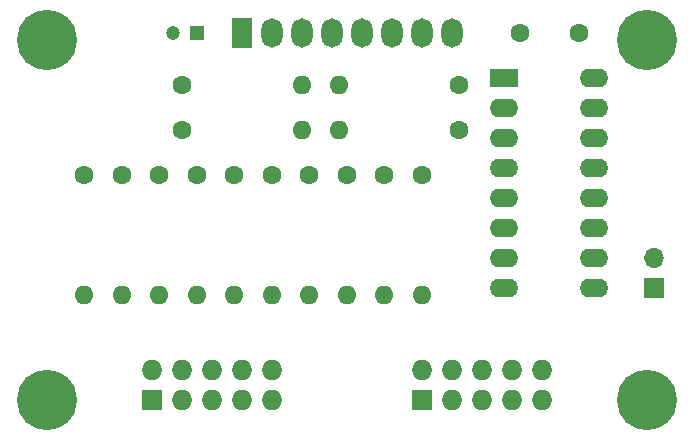
<source format=gbs>
G04 #@! TF.GenerationSoftware,KiCad,Pcbnew,(5.1.8)-1*
G04 #@! TF.CreationDate,2022-02-21T22:55:28+01:00*
G04 #@! TF.ProjectId,NEC PC Engine,4e454320-5043-4204-956e-67696e652e6b,rev?*
G04 #@! TF.SameCoordinates,Original*
G04 #@! TF.FileFunction,Soldermask,Bot*
G04 #@! TF.FilePolarity,Negative*
%FSLAX46Y46*%
G04 Gerber Fmt 4.6, Leading zero omitted, Abs format (unit mm)*
G04 Created by KiCad (PCBNEW (5.1.8)-1) date 2022-02-21 22:55:28*
%MOMM*%
%LPD*%
G01*
G04 APERTURE LIST*
%ADD10O,1.800000X2.500000*%
%ADD11R,1.800000X2.500000*%
%ADD12C,1.600000*%
%ADD13O,1.600000X1.600000*%
%ADD14O,1.727200X1.727200*%
%ADD15R,1.727200X1.727200*%
%ADD16C,5.100000*%
%ADD17R,1.700000X1.700000*%
%ADD18O,1.700000X1.700000*%
%ADD19R,1.200000X1.200000*%
%ADD20C,1.200000*%
%ADD21R,2.400000X1.600000*%
%ADD22O,2.400000X1.600000*%
G04 APERTURE END LIST*
D10*
X153035000Y-76835000D03*
X150495000Y-76835000D03*
X147955000Y-76835000D03*
X145415000Y-76835000D03*
X142875000Y-76835000D03*
X140335000Y-76835000D03*
X137795000Y-76835000D03*
D11*
X135255000Y-76835000D03*
D12*
X131445000Y-88900000D03*
D13*
X131445000Y-99060000D03*
D14*
X160655000Y-105410000D03*
X158115000Y-105410000D03*
X155575000Y-105410000D03*
X153035000Y-105410000D03*
X150495000Y-105410000D03*
X160655000Y-107950000D03*
X158115000Y-107950000D03*
X155575000Y-107950000D03*
X153035000Y-107950000D03*
D15*
X150495000Y-107950000D03*
D12*
X163830000Y-76835000D03*
X158830000Y-76835000D03*
D15*
X127635000Y-107950000D03*
D14*
X130175000Y-107950000D03*
X132715000Y-107950000D03*
X135255000Y-107950000D03*
X137795000Y-107950000D03*
X127635000Y-105410000D03*
X130175000Y-105410000D03*
X132715000Y-105410000D03*
X135255000Y-105410000D03*
X137795000Y-105410000D03*
D16*
X118745000Y-107950000D03*
X169545000Y-107950000D03*
X169545000Y-77470000D03*
X118745000Y-77455001D03*
D17*
X170180000Y-98425000D03*
D18*
X170180000Y-95885000D03*
D13*
X128270000Y-99060000D03*
D12*
X128270000Y-88900000D03*
X140970000Y-88900000D03*
D13*
X140970000Y-99060000D03*
X144145000Y-99060000D03*
D12*
X144145000Y-88900000D03*
D13*
X121920000Y-99060000D03*
D12*
X121920000Y-88900000D03*
X137795000Y-88900000D03*
D13*
X137795000Y-99060000D03*
X125095000Y-99060000D03*
D12*
X125095000Y-88900000D03*
X134620000Y-88900000D03*
D13*
X134620000Y-99060000D03*
D19*
X131445000Y-76835000D03*
D20*
X129445000Y-76835000D03*
D13*
X147320000Y-99060000D03*
D12*
X147320000Y-88900000D03*
X150495000Y-88900000D03*
D13*
X150495000Y-99060000D03*
X140335000Y-81280000D03*
D12*
X130175000Y-81280000D03*
X130175000Y-85090000D03*
D13*
X140335000Y-85090000D03*
X143510000Y-81280000D03*
D12*
X153670000Y-81280000D03*
X153670000Y-85090000D03*
D13*
X143510000Y-85090000D03*
D21*
X157480000Y-80645000D03*
D22*
X165100000Y-98425000D03*
X157480000Y-83185000D03*
X165100000Y-95885000D03*
X157480000Y-85725000D03*
X165100000Y-93345000D03*
X157480000Y-88265000D03*
X165100000Y-90805000D03*
X157480000Y-90805000D03*
X165100000Y-88265000D03*
X157480000Y-93345000D03*
X165100000Y-85725000D03*
X157480000Y-95885000D03*
X165100000Y-83185000D03*
X157480000Y-98425000D03*
X165100000Y-80645000D03*
M02*

</source>
